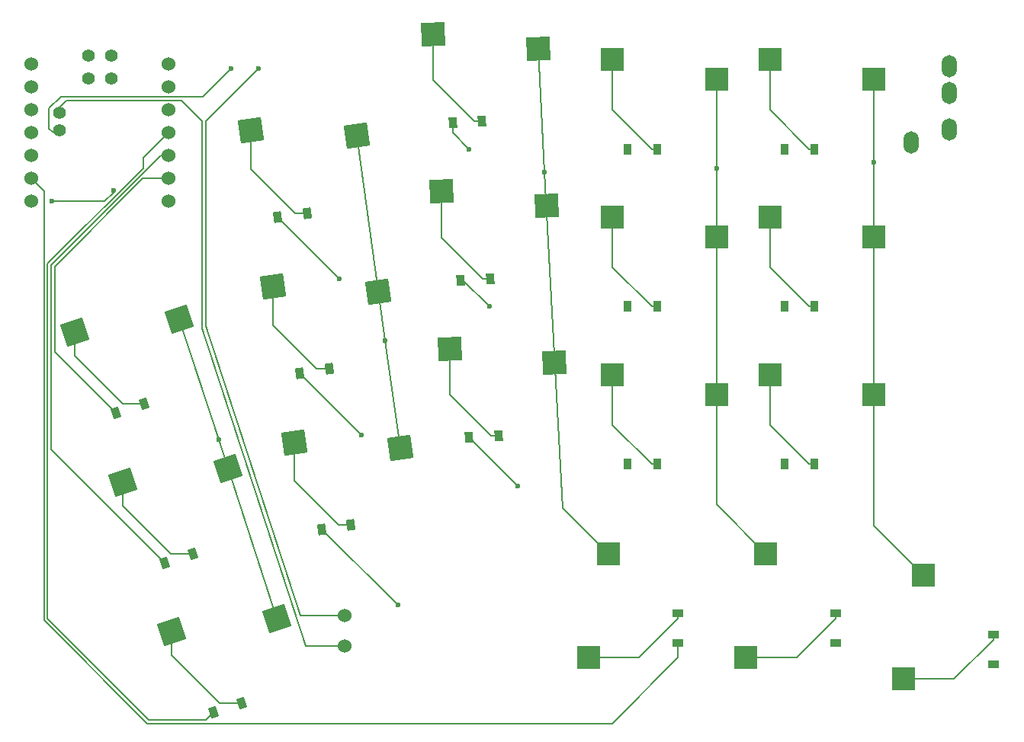
<source format=gbl>
G04 #@! TF.GenerationSoftware,KiCad,Pcbnew,8.0.7*
G04 #@! TF.CreationDate,2024-12-21T19:43:23+01:00*
G04 #@! TF.ProjectId,mint36tt_rev02_L,6d696e74-3336-4747-945f-72657630325f,0.2*
G04 #@! TF.SameCoordinates,Original*
G04 #@! TF.FileFunction,Copper,L2,Bot*
G04 #@! TF.FilePolarity,Positive*
%FSLAX46Y46*%
G04 Gerber Fmt 4.6, Leading zero omitted, Abs format (unit mm)*
G04 Created by KiCad (PCBNEW 8.0.7) date 2024-12-21 19:43:23*
%MOMM*%
%LPD*%
G01*
G04 APERTURE LIST*
G04 Aperture macros list*
%AMRotRect*
0 Rectangle, with rotation*
0 The origin of the aperture is its center*
0 $1 length*
0 $2 width*
0 $3 Rotation angle, in degrees counterclockwise*
0 Add horizontal line*
21,1,$1,$2,0,0,$3*%
G04 Aperture macros list end*
G04 #@! TA.AperFunction,ComponentPad*
%ADD10C,1.524000*%
G04 #@! TD*
G04 #@! TA.AperFunction,SMDPad,CuDef*
%ADD11RotRect,2.600000X2.600000X18.000000*%
G04 #@! TD*
G04 #@! TA.AperFunction,SMDPad,CuDef*
%ADD12R,0.900000X1.200000*%
G04 #@! TD*
G04 #@! TA.AperFunction,SMDPad,CuDef*
%ADD13RotRect,2.600000X2.600000X8.000000*%
G04 #@! TD*
G04 #@! TA.AperFunction,SMDPad,CuDef*
%ADD14RotRect,0.900000X1.200000X89.999999*%
G04 #@! TD*
G04 #@! TA.AperFunction,SMDPad,CuDef*
%ADD15R,2.600000X2.600000*%
G04 #@! TD*
G04 #@! TA.AperFunction,SMDPad,CuDef*
%ADD16RotRect,0.900000X1.200000X18.000000*%
G04 #@! TD*
G04 #@! TA.AperFunction,SMDPad,CuDef*
%ADD17RotRect,0.900000X1.200000X3.000000*%
G04 #@! TD*
G04 #@! TA.AperFunction,ComponentPad*
%ADD18C,1.397000*%
G04 #@! TD*
G04 #@! TA.AperFunction,SMDPad,CuDef*
%ADD19RotRect,2.600000X2.600000X89.999999*%
G04 #@! TD*
G04 #@! TA.AperFunction,ComponentPad*
%ADD20O,1.700000X2.500000*%
G04 #@! TD*
G04 #@! TA.AperFunction,SMDPad,CuDef*
%ADD21RotRect,0.900000X1.200000X8.000000*%
G04 #@! TD*
G04 #@! TA.AperFunction,SMDPad,CuDef*
%ADD22RotRect,2.600000X2.600000X3.000000*%
G04 #@! TD*
G04 #@! TA.AperFunction,ViaPad*
%ADD23C,0.600000*%
G04 #@! TD*
G04 #@! TA.AperFunction,Conductor*
%ADD24C,0.200000*%
G04 #@! TD*
G04 APERTURE END LIST*
D10*
X128990000Y-121715000D03*
X128990000Y-118315000D03*
D11*
X109776502Y-120164936D03*
X121441042Y-118688114D03*
D12*
X181140000Y-84015000D03*
X177840000Y-84015000D03*
D13*
X120982864Y-81789358D03*
X132726641Y-82360498D03*
D14*
X200990000Y-120490000D03*
X200990000Y-123790000D03*
D15*
X158715000Y-91565000D03*
X170265000Y-93765000D03*
D13*
X123418393Y-99119049D03*
X135162170Y-99690189D03*
D12*
X163640000Y-101515000D03*
X160340000Y-101515000D03*
D16*
X117535174Y-128106040D03*
X114396688Y-129125796D03*
D11*
X104368705Y-103521447D03*
X116033245Y-102044625D03*
D15*
X176215000Y-56565000D03*
X187765000Y-58765000D03*
D14*
X183490000Y-118115000D03*
X183490000Y-121415000D03*
D12*
X181140000Y-66515000D03*
X177840000Y-66515000D03*
D17*
X144247213Y-63420844D03*
X140951735Y-63593552D03*
D10*
X94170000Y-57095000D03*
X94170000Y-59635000D03*
X94170000Y-62175000D03*
X94170000Y-64715000D03*
X94170000Y-67255000D03*
X94170000Y-69795000D03*
X94170000Y-72335000D03*
X109410000Y-72335000D03*
X109410000Y-69795000D03*
X109410000Y-67255000D03*
X109410000Y-64715000D03*
X109410000Y-62175000D03*
X109410000Y-59635000D03*
X109410000Y-57095000D03*
D18*
X100520000Y-56143000D03*
X103060000Y-56143000D03*
X100520000Y-58683000D03*
X103060000Y-58683000D03*
X97345000Y-64398000D03*
X97345000Y-62493000D03*
D17*
X145163093Y-80896861D03*
X141867615Y-81069569D03*
D19*
X156040000Y-123040000D03*
X158240000Y-111490000D03*
D16*
X106719579Y-94819062D03*
X103581093Y-95838818D03*
D15*
X158715000Y-74065000D03*
X170265000Y-76265000D03*
D13*
X118547335Y-64459667D03*
X130291112Y-65030807D03*
D12*
X163640000Y-66515000D03*
X160340000Y-66515000D03*
D20*
X191890000Y-65815000D03*
X196090000Y-57315000D03*
X196090000Y-60315000D03*
X196090000Y-64315000D03*
D16*
X112127377Y-111462551D03*
X108988891Y-112482307D03*
D12*
X181140000Y-101515000D03*
X177840000Y-101515000D03*
D11*
X98960907Y-86877957D03*
X110625447Y-85401135D03*
D15*
X176215000Y-74065000D03*
X187765000Y-76265000D03*
D12*
X163640000Y-84015000D03*
X160340000Y-84015000D03*
D21*
X129680236Y-108286789D03*
X126412352Y-108746061D03*
D22*
X138808220Y-53742235D03*
X150457531Y-55334739D03*
D21*
X124809177Y-73627406D03*
X121541293Y-74086678D03*
X127244707Y-90957098D03*
X123976823Y-91416370D03*
D19*
X173540000Y-123040000D03*
X175740000Y-111490000D03*
D22*
X140639978Y-88694269D03*
X152289289Y-90286773D03*
D14*
X165990000Y-118115000D03*
X165990000Y-121415000D03*
D17*
X146078972Y-98372878D03*
X142783494Y-98545586D03*
D19*
X191040000Y-125415000D03*
X193240000Y-113865000D03*
D15*
X158715000Y-56565000D03*
X170265000Y-58765000D03*
D22*
X139724099Y-71218252D03*
X151373410Y-72810756D03*
D15*
X176215000Y-91565000D03*
X187765000Y-93765000D03*
D23*
X187765000Y-67975000D03*
X170265000Y-68665000D03*
X151185186Y-69075000D03*
X133490410Y-87795000D03*
X114983876Y-98815000D03*
X103581093Y-95838818D03*
X160340000Y-66515000D03*
X128371020Y-80926020D03*
X177840000Y-66515000D03*
X142782040Y-66515000D03*
X160340000Y-84015000D03*
X130813630Y-98248630D03*
X177840000Y-84015000D03*
X108988891Y-112482307D03*
X145047260Y-84015000D03*
X160340000Y-101515000D03*
X134877239Y-117210948D03*
X114396688Y-129125796D03*
X177840000Y-101515000D03*
X148225948Y-103980948D03*
X183490000Y-121415000D03*
X165990000Y-121415000D03*
X200990000Y-123790000D03*
X103295735Y-71090735D03*
X96422811Y-72335000D03*
X116365000Y-57570000D03*
X119365000Y-57570000D03*
D24*
X187765000Y-67975000D02*
X187765000Y-93765000D01*
X187765000Y-58765000D02*
X187765000Y-67975000D01*
X187765000Y-93765000D02*
X187765000Y-108390000D01*
X187765000Y-108390000D02*
X193240000Y-113865000D01*
X170265000Y-68665000D02*
X170265000Y-106015000D01*
X170265000Y-106015000D02*
X175740000Y-111490000D01*
X170265000Y-58765000D02*
X170265000Y-68665000D01*
X150457531Y-55334739D02*
X151185186Y-69075000D01*
X151185186Y-69075000D02*
X153162500Y-106412500D01*
X158240000Y-111490000D02*
X153162500Y-106412500D01*
X130291112Y-65030807D02*
X133490410Y-87795000D01*
X133490410Y-87795000D02*
X135162170Y-99690189D01*
X114983876Y-98815000D02*
X121441042Y-118688114D01*
X110625447Y-85401135D02*
X114983876Y-98815000D01*
X140951735Y-64684695D02*
X142782040Y-66515000D01*
X103581093Y-95838818D02*
X96780000Y-89037725D01*
X121541293Y-74096293D02*
X128371020Y-80926020D01*
X96780000Y-89037725D02*
X96780000Y-79586372D01*
X96780000Y-79586372D02*
X106571372Y-69795000D01*
X140951735Y-63593552D02*
X140951735Y-64684695D01*
X121541293Y-74086678D02*
X121541293Y-74096293D01*
X106571372Y-69795000D02*
X109410000Y-69795000D01*
X141867615Y-81069569D02*
X142101829Y-81069569D01*
X142101829Y-81069569D02*
X145047260Y-84015000D01*
X96380000Y-99873416D02*
X96380000Y-79420686D01*
X96380000Y-79420686D02*
X108545686Y-67255000D01*
X130809083Y-98248630D02*
X130813630Y-98248630D01*
X108545686Y-67255000D02*
X109410000Y-67255000D01*
X108988891Y-112482307D02*
X96380000Y-99873416D01*
X123976823Y-91416370D02*
X130809083Y-98248630D01*
X95980000Y-118689314D02*
X95980000Y-79255000D01*
X106620000Y-67505000D02*
X109410000Y-64715000D01*
X106620000Y-68615000D02*
X106620000Y-67505000D01*
X113577484Y-129945000D02*
X107235686Y-129945000D01*
X142790586Y-98545586D02*
X148225948Y-103980948D01*
X107235686Y-129945000D02*
X95980000Y-118689314D01*
X95980000Y-79255000D02*
X106620000Y-68615000D01*
X114396688Y-129125796D02*
X113577484Y-129945000D01*
X126412352Y-108746061D02*
X134877239Y-117210948D01*
X142783494Y-98545586D02*
X142790586Y-98545586D01*
X165990000Y-121415000D02*
X165990000Y-123025000D01*
X95580000Y-118855000D02*
X95580000Y-71205000D01*
X165990000Y-123025000D02*
X158670000Y-130345000D01*
X95580000Y-71205000D02*
X94170000Y-69795000D01*
X158670000Y-130345000D02*
X107070000Y-130345000D01*
X107070000Y-130345000D02*
X95580000Y-118855000D01*
X180570356Y-66515000D02*
X181140000Y-66515000D01*
X176215000Y-56565000D02*
X176215000Y-62159644D01*
X176215000Y-62159644D02*
X180570356Y-66515000D01*
X180570356Y-84015000D02*
X181140000Y-84015000D01*
X176215000Y-74065000D02*
X176215000Y-79659644D01*
X176215000Y-79659644D02*
X180570356Y-84015000D01*
X176215000Y-91565000D02*
X176215000Y-97159644D01*
X176215000Y-97159644D02*
X180570356Y-101515000D01*
X180570356Y-101515000D02*
X181140000Y-101515000D01*
X158715000Y-56565000D02*
X158715000Y-62159644D01*
X158715000Y-62159644D02*
X163070356Y-66515000D01*
X163070356Y-66515000D02*
X163640000Y-66515000D01*
X163070356Y-84015000D02*
X163640000Y-84015000D01*
X158715000Y-74065000D02*
X158715000Y-79659644D01*
X158715000Y-79659644D02*
X163070356Y-84015000D01*
X158715000Y-91565000D02*
X158715000Y-97159644D01*
X158715000Y-97159644D02*
X163070356Y-101515000D01*
X163070356Y-101515000D02*
X163640000Y-101515000D01*
X138808220Y-53742235D02*
X138808220Y-58850413D01*
X138808220Y-58850413D02*
X143378651Y-63420844D01*
X143378651Y-63420844D02*
X144247213Y-63420844D01*
X144294530Y-80896861D02*
X145163093Y-80896861D01*
X139724099Y-71218252D02*
X139724099Y-76326430D01*
X139724099Y-76326430D02*
X144294530Y-80896861D01*
X140639978Y-93802447D02*
X145210409Y-98372878D01*
X140639978Y-88694269D02*
X140639978Y-93802447D01*
X145210409Y-98372878D02*
X146078972Y-98372878D01*
X123430335Y-73627406D02*
X124809177Y-73627406D01*
X118547335Y-68744406D02*
X123430335Y-73627406D01*
X118547335Y-64459667D02*
X118547335Y-68744406D01*
X120982864Y-81789358D02*
X120982864Y-86074097D01*
X125865865Y-90957098D02*
X127244707Y-90957098D01*
X120982864Y-86074097D02*
X125865865Y-90957098D01*
X128301394Y-108286789D02*
X129680236Y-108286789D01*
X123418393Y-103403788D02*
X128301394Y-108286789D01*
X123418393Y-99119049D02*
X123418393Y-103403788D01*
X98960907Y-89490996D02*
X104288973Y-94819062D01*
X98960907Y-86877957D02*
X98960907Y-89490996D01*
X104288973Y-94819062D02*
X106719579Y-94819062D01*
X104368705Y-106134486D02*
X109696770Y-111462551D01*
X109696770Y-111462551D02*
X112127377Y-111462551D01*
X104368705Y-103521447D02*
X104368705Y-106134486D01*
X109776502Y-120164936D02*
X109776502Y-122777975D01*
X115104567Y-128106040D02*
X117535174Y-128106040D01*
X109776502Y-122777975D02*
X115104567Y-128106040D01*
X161634644Y-123040000D02*
X165990000Y-118684644D01*
X165990000Y-118684644D02*
X165990000Y-118115000D01*
X156040000Y-123040000D02*
X161634644Y-123040000D01*
X179134644Y-123040000D02*
X183490000Y-118684644D01*
X183490000Y-118684644D02*
X183490000Y-118115000D01*
X173540000Y-123040000D02*
X179134644Y-123040000D01*
X191040000Y-125415000D02*
X196634644Y-125415000D01*
X196634644Y-125415000D02*
X200990000Y-121059644D01*
X200990000Y-121059644D02*
X200990000Y-120490000D01*
X103295735Y-71373579D02*
X102334314Y-72335000D01*
X102334314Y-72335000D02*
X96422811Y-72335000D01*
X103295735Y-71090735D02*
X103295735Y-71373579D01*
X110868000Y-61113000D02*
X98054272Y-61113000D01*
X128990000Y-121715000D02*
X124684026Y-121715000D01*
X124684026Y-121715000D02*
X113164155Y-86395000D01*
X113118663Y-63363663D02*
X110868000Y-61113000D01*
X113118663Y-86349508D02*
X113118663Y-63363663D01*
X113164155Y-86395000D02*
X113118663Y-86349508D01*
X98054272Y-61113000D02*
X97176800Y-61990472D01*
X113238000Y-60697000D02*
X97448000Y-60697000D01*
X97448000Y-60697000D02*
X96150000Y-61995000D01*
X96503466Y-64618466D02*
X97149083Y-64618466D01*
X116365000Y-57570000D02*
X113238000Y-60697000D01*
X96150000Y-61995000D02*
X96150000Y-64265000D01*
X96150000Y-64265000D02*
X96503466Y-64618466D01*
X128990000Y-118315000D02*
X124046467Y-118315000D01*
X124046467Y-118315000D02*
X113550329Y-86155000D01*
X113550329Y-63384671D02*
X113550329Y-86155000D01*
X119365000Y-57570000D02*
X113550329Y-63384671D01*
M02*

</source>
